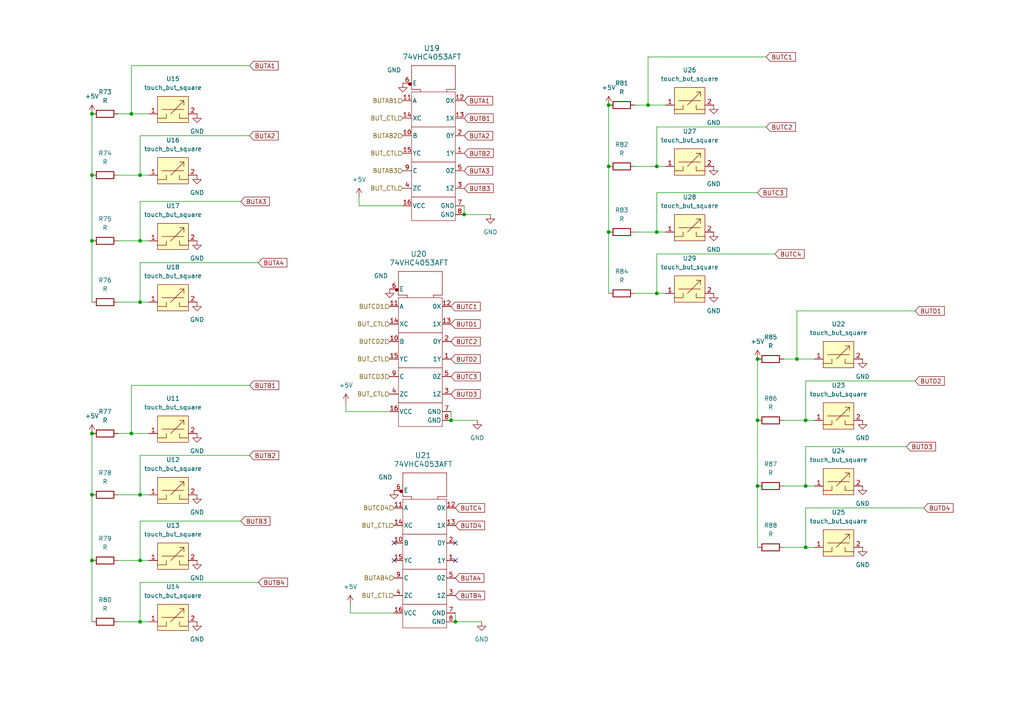
<source format=kicad_sch>
(kicad_sch (version 20230121) (generator eeschema)
  (paper "A4")
  (lib_symbols
    (symbol "3dAudioSym:74VHC4053AFT" (pin_names (offset 0.254))
      (property "Reference" "U" (at 0 0 0))
      (property "Value" "74VHC4053AFT" (at 27.94 7.62 0))
      (symbol "74VHC4053AFT_0_1"
        (polyline (pts (xy 2.54 -44.958) (xy 2.54 -7.62)) (stroke (width 0.127)))
        (polyline (pts (xy 2.54 -38.1) (xy 15.24 -38.1)))
        (polyline (pts (xy 2.54 -27.94) (xy 15.24 -27.94)))
        (polyline (pts (xy 2.54 -17.78) (xy 15.24 -17.78)))
        (polyline (pts (xy 2.54 -7.62) (xy 15.24 -7.62)) (stroke (width 0.127)))
        (polyline (pts (xy 2.54 -6.858) (xy 5.08 -6.858)))
        (polyline (pts (xy 2.54 0) (xy 2.54 -6.858)))
        (polyline (pts (xy 2.54 0) (xy 15.24 0)))
        (polyline (pts (xy 5.08 -6.858) (xy 5.08 -7.62)))
        (polyline (pts (xy 12.7 -6.858) (xy 12.7 -7.62)))
        (polyline (pts (xy 15.24 -44.958) (xy 2.54 -44.958)) (stroke (width 0.127)))
        (polyline (pts (xy 15.24 -7.62) (xy 15.24 -44.958)) (stroke (width 0.127)))
        (polyline (pts (xy 15.24 -6.858) (xy 12.7 -6.858)))
        (polyline (pts (xy 15.24 0) (xy 15.24 -6.858)))
        (circle (center 2.032 -5.334) (radius 0.254) (stroke (width 0.508)))
      )
      (symbol "74VHC4053AFT_1_1"
        (pin bidirectional line (at 17.78 -25.4 180) (length 2.54) (name "1Y") (number "1"))
        (pin bidirectional line (at 0 -20.32 0) (length 2.54) (name "B") (number "10"))
        (pin bidirectional line (at 0 -10.16 0) (length 2.54) (name "A") (number "11"))
        (pin bidirectional line (at 17.78 -10.16 180) (length 2.54) (name "0X") (number "12"))
        (pin bidirectional line (at 17.78 -15.24 180) (length 2.54) (name "1X") (number "13"))
        (pin input line (at 0 -15.24 0) (length 2.54) (name "XC") (number "14"))
        (pin input line (at 0 -25.4 0) (length 2.54) (name "YC") (number "15"))
        (pin power_in line (at 0 -40.64 0) (length 2.54) (name "VCC") (number "16"))
        (pin bidirectional line (at 17.78 -20.32 180) (length 2.54) (name "0Y") (number "2"))
        (pin bidirectional line (at 17.78 -35.56 180) (length 2.54) (name "1Z") (number "3"))
        (pin input line (at 0 -35.56 0) (length 2.54) (name "ZC") (number "4"))
        (pin bidirectional line (at 17.78 -30.48 180) (length 2.54) (name "0Z") (number "5"))
        (pin input line (at 0 -5.08 0) (length 2.54) (name "E") (number "6"))
        (pin power_in line (at 17.78 -40.64 180) (length 2.54) (name "GND") (number "7"))
        (pin power_in line (at 17.78 -43.18 180) (length 2.54) (name "GND") (number "8"))
        (pin bidirectional line (at 0 -30.48 0) (length 2.54) (name "C") (number "9"))
      )
    )
    (symbol "3dAudioSym:touch_but_square"
      (property "Reference" "U" (at 7.62 -3.81 0))
      (property "Value" "touch_but_square" (at -2.54 -5.08 0))
      (symbol "touch_but_square_0_1"
        (rectangle (start -3.81 6.35) (end 5.08 -1.27) (fill (type background)))
        (polyline (pts (xy -2.54 2.54) (xy 3.81 2.54)))
        (polyline (pts (xy -3.81 0) (xy -1.27 0) (xy -1.27 1.27)))
        (polyline (pts (xy 5.08 0) (xy 2.54 0) (xy 2.54 1.27)))
        (polyline (pts (xy 0 1.27) (xy 3.81 5.08) (xy 2.54 5.08) (xy 3.81 5.08) (xy 3.81 3.81)))
      )
      (symbol "touch_but_square_1_1"
        (pin input line (at -6.35 1.27 0) (length 2.54) (name "") (number "1"))
        (pin input line (at 7.62 1.27 180) (length 2.54) (name "") (number "2"))
      )
    )
    (symbol "74VHC4053AFT_1" (pin_names (offset 0.254))
      (property "Reference" "U" (at 0 0 0))
      (property "Value" "74VHC4053AFT" (at 27.94 7.62 0))
      (symbol "74VHC4053AFT_1_0_1"
        (polyline (pts (xy 2.54 -44.958) (xy 2.54 -7.62)) (stroke (width 0.127)))
        (polyline (pts (xy 2.54 -38.1) (xy 15.24 -38.1)))
        (polyline (pts (xy 2.54 -27.94) (xy 15.24 -27.94)))
        (polyline (pts (xy 2.54 -17.78) (xy 15.24 -17.78)))
        (polyline (pts (xy 2.54 -7.62) (xy 15.24 -7.62)) (stroke (width 0.127)))
        (polyline (pts (xy 2.54 -6.858) (xy 5.08 -6.858)))
        (polyline (pts (xy 2.54 0) (xy 2.54 -6.858)))
        (polyline (pts (xy 2.54 0) (xy 15.24 0)))
        (polyline (pts (xy 5.08 -6.858) (xy 5.08 -7.62)))
        (polyline (pts (xy 12.7 -6.858) (xy 12.7 -7.62)))
        (polyline (pts (xy 15.24 -44.958) (xy 2.54 -44.958)) (stroke (width 0.127)))
        (polyline (pts (xy 15.24 -7.62) (xy 15.24 -44.958)) (stroke (width 0.127)))
        (polyline (pts (xy 15.24 -6.858) (xy 12.7 -6.858)))
        (polyline (pts (xy 15.24 0) (xy 15.24 -6.858)))
        (circle (center 2.032 -5.334) (radius 0.254) (stroke (width 0.508)))
      )
      (symbol "74VHC4053AFT_1_1_1"
        (pin bidirectional line (at 17.78 -25.4 180) (length 2.54) (name "1Y") (number "1"))
        (pin bidirectional line (at 0 -20.32 0) (length 2.54) (name "B") (number "10"))
        (pin bidirectional line (at 0 -10.16 0) (length 2.54) (name "A") (number "11"))
        (pin bidirectional line (at 17.78 -10.16 180) (length 2.54) (name "0X") (number "12"))
        (pin bidirectional line (at 17.78 -15.24 180) (length 2.54) (name "1X") (number "13"))
        (pin input line (at 0 -15.24 0) (length 2.54) (name "XC") (number "14"))
        (pin input line (at 0 -25.4 0) (length 2.54) (name "YC") (number "15"))
        (pin power_in line (at 0 -40.64 0) (length 2.54) (name "VCC") (number "16"))
        (pin bidirectional line (at 17.78 -20.32 180) (length 2.54) (name "0Y") (number "2"))
        (pin bidirectional line (at 17.78 -35.56 180) (length 2.54) (name "1Z") (number "3"))
        (pin input line (at 0 -35.56 0) (length 2.54) (name "ZC") (number "4"))
        (pin bidirectional line (at 17.78 -30.48 180) (length 2.54) (name "0Z") (number "5"))
        (pin input line (at 0 -5.08 0) (length 2.54) (name "E") (number "6"))
        (pin power_in line (at 17.78 -40.64 180) (length 2.54) (name "GND") (number "7"))
        (pin power_in line (at 17.78 -43.18 180) (length 2.54) (name "GND") (number "8"))
        (pin bidirectional line (at 0 -30.48 0) (length 2.54) (name "C") (number "9"))
      )
    )
    (symbol "74VHC4053AFT_2" (pin_names (offset 0.254))
      (property "Reference" "U" (at 0 0 0))
      (property "Value" "74VHC4053AFT" (at 27.94 7.62 0))
      (symbol "74VHC4053AFT_2_0_1"
        (polyline (pts (xy 2.54 -44.958) (xy 2.54 -7.62)) (stroke (width 0.127)))
        (polyline (pts (xy 2.54 -38.1) (xy 15.24 -38.1)))
        (polyline (pts (xy 2.54 -27.94) (xy 15.24 -27.94)))
        (polyline (pts (xy 2.54 -17.78) (xy 15.24 -17.78)))
        (polyline (pts (xy 2.54 -7.62) (xy 15.24 -7.62)) (stroke (width 0.127)))
        (polyline (pts (xy 2.54 -6.858) (xy 5.08 -6.858)))
        (polyline (pts (xy 2.54 0) (xy 2.54 -6.858)))
        (polyline (pts (xy 2.54 0) (xy 15.24 0)))
        (polyline (pts (xy 5.08 -6.858) (xy 5.08 -7.62)))
        (polyline (pts (xy 12.7 -6.858) (xy 12.7 -7.62)))
        (polyline (pts (xy 15.24 -44.958) (xy 2.54 -44.958)) (stroke (width 0.127)))
        (polyline (pts (xy 15.24 -7.62) (xy 15.24 -44.958)) (stroke (width 0.127)))
        (polyline (pts (xy 15.24 -6.858) (xy 12.7 -6.858)))
        (polyline (pts (xy 15.24 0) (xy 15.24 -6.858)))
        (circle (center 2.032 -5.334) (radius 0.254) (stroke (width 0.508)))
      )
      (symbol "74VHC4053AFT_2_1_1"
        (pin bidirectional line (at 17.78 -25.4 180) (length 2.54) (name "1Y") (number "1"))
        (pin bidirectional line (at 0 -20.32 0) (length 2.54) (name "B") (number "10"))
        (pin bidirectional line (at 0 -10.16 0) (length 2.54) (name "A") (number "11"))
        (pin bidirectional line (at 17.78 -10.16 180) (length 2.54) (name "0X") (number "12"))
        (pin bidirectional line (at 17.78 -15.24 180) (length 2.54) (name "1X") (number "13"))
        (pin input line (at 0 -15.24 0) (length 2.54) (name "XC") (number "14"))
        (pin input line (at 0 -25.4 0) (length 2.54) (name "YC") (number "15"))
        (pin power_in line (at 0 -40.64 0) (length 2.54) (name "VCC") (number "16"))
        (pin bidirectional line (at 17.78 -20.32 180) (length 2.54) (name "0Y") (number "2"))
        (pin bidirectional line (at 17.78 -35.56 180) (length 2.54) (name "1Z") (number "3"))
        (pin input line (at 0 -35.56 0) (length 2.54) (name "ZC") (number "4"))
        (pin bidirectional line (at 17.78 -30.48 180) (length 2.54) (name "0Z") (number "5"))
        (pin input line (at 0 -5.08 0) (length 2.54) (name "E") (number "6"))
        (pin power_in line (at 17.78 -40.64 180) (length 2.54) (name "GND") (number "7"))
        (pin power_in line (at 17.78 -43.18 180) (length 2.54) (name "GND") (number "8"))
        (pin bidirectional line (at 0 -30.48 0) (length 2.54) (name "C") (number "9"))
      )
    )
    (symbol "Device:R" (pin_numbers hide) (pin_names (offset 0))
      (property "Reference" "R" (at 2.032 0 90))
      (property "Value" "R" (at 0 0 90))
      (symbol "R_0_1"
        (rectangle (start -1.016 -2.54) (end 1.016 2.54) (stroke (width 0.254)))
      )
      (symbol "R_1_1"
        (pin passive line (at 0 3.81 270) (length 1.27) (name "~") (number "1"))
        (pin passive line (at 0 -3.81 90) (length 1.27) (name "~") (number "2"))
      )
    )
    (symbol "power:+5V" (power) (pin_names (offset 0))
      (property "Value" "+5V" (at 0 3.556 0))
      (symbol "+5V_0_1"
        (polyline (pts (xy -0.762 1.27) (xy 0 2.54)))
        (polyline (pts (xy 0 0) (xy 0 2.54)))
        (polyline (pts (xy 0 2.54) (xy 0.762 1.27)))
      )
      (symbol "+5V_1_1"
        (pin power_in line (at 0 0 90) (length 0) hide (name "+5V") (number "1"))
      )
    )
    (symbol "power:GND" (power) (pin_names (offset 0))
      (property "Value" "GND" (at 0 -3.81 0))
      (symbol "GND_0_1"
        (polyline (pts (xy 0 0) (xy 0 -1.27) (xy 1.27 -1.27) (xy 0 -2.54) (xy -1.27 -1.27) (xy 0 -1.27)))
      )
      (symbol "GND_1_1"
        (pin power_in line (at 0 0 270) (length 0) hide (name "GND") (number "1"))
      )
    )
  )
  (junction (at 134.62 62.23))
  (junction (at 231.14 104.14))
  (junction (at 38.1 125.73))
  (junction (at 190.5 48.26))
  (junction (at 40.64 87.63))
  (junction (at 26.67 162.56))
  (junction (at 187.96 30.48))
  (junction (at 38.1 33.02))
  (junction (at 190.5 85.09))
  (junction (at 176.53 48.26))
  (junction (at 219.71 121.92))
  (junction (at 26.67 69.85))
  (junction (at 176.53 30.48))
  (junction (at 26.67 50.8))
  (junction (at 132.08 180.34))
  (junction (at 26.67 143.51))
  (junction (at 219.71 140.97))
  (junction (at 190.5 67.31))
  (junction (at 40.64 180.34))
  (junction (at 233.68 121.92))
  (junction (at 130.81 121.92))
  (junction (at 233.68 158.75))
  (junction (at 219.71 104.14))
  (junction (at 40.64 162.56))
  (junction (at 40.64 143.51))
  (junction (at 40.64 50.8))
  (junction (at 26.67 33.02))
  (junction (at 176.53 67.31))
  (junction (at 40.64 69.85))
  (junction (at 26.67 125.73))
  (junction (at 233.68 140.97))
  (no_connect (at 132.08 157.48))
  (no_connect (at 114.3 157.48))
  (no_connect (at 132.08 162.56))
  (no_connect (at 114.3 162.56))
  (wire (pts (xy 222.25 36.83) (xy 190.5 36.83)))
  (wire (pts (xy 130.81 119.38) (xy 130.81 121.92)))
  (wire (pts (xy 219.71 121.92) (xy 219.71 140.97)))
  (wire (pts (xy 233.68 110.49) (xy 233.68 121.92)))
  (wire (pts (xy 101.6 177.8) (xy 114.3 177.8)))
  (wire (pts (xy 190.5 85.09) (xy 193.04 85.09)))
  (wire (pts (xy 40.64 58.42) (xy 40.64 69.85)))
  (wire (pts (xy 34.29 87.63) (xy 40.64 87.63)))
  (wire (pts (xy 219.71 140.97) (xy 219.71 158.75)))
  (wire (pts (xy 233.68 147.32) (xy 267.97 147.32)))
  (wire (pts (xy 26.67 162.56) (xy 26.67 180.34)))
  (wire (pts (xy 233.68 158.75) (xy 236.22 158.75)))
  (wire (pts (xy 227.33 104.14) (xy 231.14 104.14)))
  (wire (pts (xy 233.68 129.54) (xy 233.68 140.97)))
  (wire (pts (xy 34.29 180.34) (xy 40.64 180.34)))
  (wire (pts (xy 26.67 33.02) (xy 26.67 50.8)))
  (wire (pts (xy 190.5 36.83) (xy 190.5 48.26)))
  (wire (pts (xy 34.29 33.02) (xy 38.1 33.02)))
  (wire (pts (xy 72.39 132.08) (xy 40.64 132.08)))
  (wire (pts (xy 231.14 104.14) (xy 231.14 90.17)))
  (wire (pts (xy 104.14 57.15) (xy 104.14 59.69)))
  (wire (pts (xy 34.29 125.73) (xy 38.1 125.73)))
  (wire (pts (xy 130.81 121.92) (xy 138.43 121.92)))
  (wire (pts (xy 265.43 110.49) (xy 233.68 110.49)))
  (wire (pts (xy 184.15 67.31) (xy 190.5 67.31)))
  (wire (pts (xy 219.71 104.14) (xy 219.71 121.92)))
  (wire (pts (xy 34.29 50.8) (xy 40.64 50.8)))
  (wire (pts (xy 233.68 121.92) (xy 236.22 121.92)))
  (wire (pts (xy 38.1 19.05) (xy 72.39 19.05)))
  (wire (pts (xy 190.5 73.66) (xy 224.79 73.66)))
  (wire (pts (xy 132.08 177.8) (xy 132.08 180.34)))
  (wire (pts (xy 101.6 175.26) (xy 101.6 177.8)))
  (wire (pts (xy 34.29 162.56) (xy 40.64 162.56)))
  (wire (pts (xy 40.64 143.51) (xy 43.18 143.51)))
  (wire (pts (xy 38.1 33.02) (xy 38.1 19.05)))
  (wire (pts (xy 72.39 39.37) (xy 40.64 39.37)))
  (wire (pts (xy 26.67 50.8) (xy 26.67 69.85)))
  (wire (pts (xy 190.5 73.66) (xy 190.5 85.09)))
  (wire (pts (xy 100.33 119.38) (xy 113.03 119.38)))
  (wire (pts (xy 40.64 58.42) (xy 69.85 58.42)))
  (wire (pts (xy 40.64 87.63) (xy 43.18 87.63)))
  (wire (pts (xy 38.1 125.73) (xy 43.18 125.73)))
  (wire (pts (xy 40.64 132.08) (xy 40.64 143.51)))
  (wire (pts (xy 38.1 33.02) (xy 43.18 33.02)))
  (wire (pts (xy 231.14 104.14) (xy 236.22 104.14)))
  (wire (pts (xy 40.64 168.91) (xy 74.93 168.91)))
  (wire (pts (xy 40.64 168.91) (xy 40.64 180.34)))
  (wire (pts (xy 187.96 30.48) (xy 187.96 16.51)))
  (wire (pts (xy 40.64 76.2) (xy 40.64 87.63)))
  (wire (pts (xy 187.96 30.48) (xy 193.04 30.48)))
  (wire (pts (xy 100.33 116.84) (xy 100.33 119.38)))
  (wire (pts (xy 227.33 121.92) (xy 233.68 121.92)))
  (wire (pts (xy 40.64 69.85) (xy 43.18 69.85)))
  (wire (pts (xy 190.5 55.88) (xy 190.5 67.31)))
  (wire (pts (xy 40.64 180.34) (xy 43.18 180.34)))
  (wire (pts (xy 176.53 48.26) (xy 176.53 67.31)))
  (wire (pts (xy 184.15 85.09) (xy 190.5 85.09)))
  (wire (pts (xy 38.1 111.76) (xy 72.39 111.76)))
  (wire (pts (xy 38.1 125.73) (xy 38.1 111.76)))
  (wire (pts (xy 190.5 67.31) (xy 193.04 67.31)))
  (wire (pts (xy 227.33 140.97) (xy 233.68 140.97)))
  (wire (pts (xy 190.5 48.26) (xy 193.04 48.26)))
  (wire (pts (xy 233.68 147.32) (xy 233.68 158.75)))
  (wire (pts (xy 34.29 143.51) (xy 40.64 143.51)))
  (wire (pts (xy 40.64 76.2) (xy 74.93 76.2)))
  (wire (pts (xy 184.15 30.48) (xy 187.96 30.48)))
  (wire (pts (xy 187.96 16.51) (xy 222.25 16.51)))
  (wire (pts (xy 233.68 140.97) (xy 236.22 140.97)))
  (wire (pts (xy 176.53 30.48) (xy 176.53 48.26)))
  (wire (pts (xy 26.67 69.85) (xy 26.67 87.63)))
  (wire (pts (xy 184.15 48.26) (xy 190.5 48.26)))
  (wire (pts (xy 233.68 129.54) (xy 262.89 129.54)))
  (wire (pts (xy 231.14 90.17) (xy 265.43 90.17)))
  (wire (pts (xy 134.62 59.69) (xy 134.62 62.23)))
  (wire (pts (xy 132.08 180.34) (xy 139.7 180.34)))
  (wire (pts (xy 26.67 143.51) (xy 26.67 162.56)))
  (wire (pts (xy 34.29 69.85) (xy 40.64 69.85)))
  (wire (pts (xy 40.64 151.13) (xy 69.85 151.13)))
  (wire (pts (xy 227.33 158.75) (xy 233.68 158.75)))
  (wire (pts (xy 190.5 55.88) (xy 219.71 55.88)))
  (wire (pts (xy 40.64 151.13) (xy 40.64 162.56)))
  (wire (pts (xy 40.64 39.37) (xy 40.64 50.8)))
  (wire (pts (xy 176.53 67.31) (xy 176.53 85.09)))
  (wire (pts (xy 104.14 59.69) (xy 116.84 59.69)))
  (wire (pts (xy 134.62 62.23) (xy 142.24 62.23)))
  (wire (pts (xy 26.67 125.73) (xy 26.67 143.51)))
  (wire (pts (xy 40.64 162.56) (xy 43.18 162.56)))
  (wire (pts (xy 40.64 50.8) (xy 43.18 50.8)))
  (global_label "BUTA2" (shape input) (at 72.39 39.37 0) (property "Intersheetrefs" "${INTERSHEET_REFS}" (effects hide)))
  (global_label "BUTB3" (shape input) (at 134.62 54.61 0) (property "Intersheetrefs" "${INTERSHEET_REFS}" (effects hide)))
  (global_label "BUTA4" (shape input) (at 74.93 76.2 0) (property "Intersheetrefs" "${INTERSHEET_REFS}" (effects hide)))
  (global_label "BUTC1" (shape input) (at 222.25 16.51 0) (property "Intersheetrefs" "${INTERSHEET_REFS}" (effects hide)))
  (global_label "BUTC3" (shape input) (at 130.81 109.22 0) (property "Intersheetrefs" "${INTERSHEET_REFS}" (effects hide)))
  (global_label "BUTA3" (shape input) (at 69.85 58.42 0) (property "Intersheetrefs" "${INTERSHEET_REFS}" (effects hide)))
  (global_label "BUTA1" (shape input) (at 72.39 19.05 0) (property "Intersheetrefs" "${INTERSHEET_REFS}" (effects hide)))
  (global_label "BUTD3" (shape input) (at 130.81 114.3 0) (property "Intersheetrefs" "${INTERSHEET_REFS}" (effects hide)))
  (global_label "BUTB4" (shape input) (at 74.93 168.91 0) (property "Intersheetrefs" "${INTERSHEET_REFS}" (effects hide)))
  (global_label "BUTC4" (shape input) (at 132.08 147.32 0) (property "Intersheetrefs" "${INTERSHEET_REFS}" (effects hide)))
  (global_label "BUTD3" (shape input) (at 262.89 129.54 0) (property "Intersheetrefs" "${INTERSHEET_REFS}" (effects hide)))
  (global_label "BUTA3" (shape input) (at 134.62 49.53 0) (property "Intersheetrefs" "${INTERSHEET_REFS}" (effects hide)))
  (global_label "BUTC2" (shape input) (at 130.81 99.06 0) (property "Intersheetrefs" "${INTERSHEET_REFS}" (effects hide)))
  (global_label "BUTC4" (shape input) (at 224.79 73.66 0) (property "Intersheetrefs" "${INTERSHEET_REFS}" (effects hide)))
  (global_label "BUTB4" (shape input) (at 132.08 172.72 0) (property "Intersheetrefs" "${INTERSHEET_REFS}" (effects hide)))
  (global_label "BUTB2" (shape input) (at 134.62 44.45 0) (property "Intersheetrefs" "${INTERSHEET_REFS}" (effects hide)))
  (global_label "BUTD1" (shape input) (at 265.43 90.17 0) (property "Intersheetrefs" "${INTERSHEET_REFS}" (effects hide)))
  (global_label "BUTD1" (shape input) (at 130.81 93.98 0) (property "Intersheetrefs" "${INTERSHEET_REFS}" (effects hide)))
  (global_label "BUTD4" (shape input) (at 267.97 147.32 0) (property "Intersheetrefs" "${INTERSHEET_REFS}" (effects hide)))
  (global_label "BUTC2" (shape input) (at 222.25 36.83 0) (property "Intersheetrefs" "${INTERSHEET_REFS}" (effects hide)))
  (global_label "BUTD4" (shape input) (at 132.08 152.4 0) (property "Intersheetrefs" "${INTERSHEET_REFS}" (effects hide)))
  (global_label "BUTB1" (shape input) (at 134.62 34.29 0) (property "Intersheetrefs" "${INTERSHEET_REFS}" (effects hide)))
  (global_label "BUTD2" (shape input) (at 130.81 104.14 0) (property "Intersheetrefs" "${INTERSHEET_REFS}" (effects hide)))
  (global_label "BUTC1" (shape input) (at 130.81 88.9 0) (property "Intersheetrefs" "${INTERSHEET_REFS}" (effects hide)))
  (global_label "BUTD2" (shape input) (at 265.43 110.49 0) (property "Intersheetrefs" "${INTERSHEET_REFS}" (effects hide)))
  (global_label "BUTA1" (shape input) (at 134.62 29.21 0) (property "Intersheetrefs" "${INTERSHEET_REFS}" (effects hide)))
  (global_label "BUTB3" (shape input) (at 69.85 151.13 0) (property "Intersheetrefs" "${INTERSHEET_REFS}" (effects hide)))
  (global_label "BUTB1" (shape input) (at 72.39 111.76 0) (property "Intersheetrefs" "${INTERSHEET_REFS}" (effects hide)))
  (global_label "BUTA2" (shape input) (at 134.62 39.37 0) (property "Intersheetrefs" "${INTERSHEET_REFS}" (effects hide)))
  (global_label "BUTC3" (shape input) (at 219.71 55.88 0) (property "Intersheetrefs" "${INTERSHEET_REFS}" (effects hide)))
  (global_label "BUTB2" (shape input) (at 72.39 132.08 0) (property "Intersheetrefs" "${INTERSHEET_REFS}" (effects hide)))
  (global_label "BUTA4" (shape input) (at 132.08 167.64 0) (property "Intersheetrefs" "${INTERSHEET_REFS}" (effects hide)))
  (hierarchical_label "BUT_CTL" (shape input) (at 116.84 44.45 180))
  (hierarchical_label "BUTAB2" (shape input) (at 116.84 39.37 180))
  (hierarchical_label "BUTAB3" (shape input) (at 116.84 49.53 180))
  (hierarchical_label "BUT_CTL" (shape input) (at 114.3 152.4 180))
  (hierarchical_label "BUT_CTL" (shape input) (at 113.03 104.14 180))
  (hierarchical_label "BUT_CTL" (shape input) (at 114.3 172.72 180))
  (hierarchical_label "BUTCD4" (shape input) (at 114.3 147.32 180))
  (hierarchical_label "BUTAB4" (shape input) (at 114.3 167.64 180))
  (hierarchical_label "BUTCD3" (shape input) (at 113.03 109.22 180))
  (hierarchical_label "BUT_CTL" (shape input) (at 113.03 114.3 180))
  (hierarchical_label "BUTAB1" (shape input) (at 116.84 29.21 180))
  (hierarchical_label "BUT_CTL" (shape input) (at 116.84 34.29 180))
  (hierarchical_label "BUT_CTL" (shape input) (at 116.84 54.61 180))
  (hierarchical_label "BUTCD1" (shape input) (at 113.03 88.9 180))
  (hierarchical_label "BUT_CTL" (shape input) (at 113.03 93.98 180))
  (hierarchical_label "BUTCD2" (shape input) (at 113.03 99.06 180))
  (symbol (lib_id "power:GND") (at 207.01 85.09 0) (unit 1)
    (property "Reference" "#PWR045" (effects hide))
    (property "Value" "GND" (at 207.01 90.17 0))
  )
  (symbol (lib_id "power:GND") (at 57.15 125.73 0) (unit 1)
    (property "Reference" "#PWR031" (effects hide))
    (property "Value" "GND" (at 57.15 130.81 0))
  )
  (symbol (lib_id "3dAudioSym:touch_but_square") (at 199.39 86.36 0) (unit 1)
    (property "Reference" "U29" (at 200.025 74.93 0))
    (property "Value" "touch_but_square" (at 200.025 77.47 0))
    (property "Footprint" "3dAudioFoot:But_Velo_Rec_1" (effects hide))
  )
  (symbol (lib_id "Device:R") (at 30.48 162.56 90) (unit 1)
    (property "Reference" "R79" (at 30.48 156.21 90))
    (property "Value" "R" (at 30.48 158.75 90))
    (property "Footprint" "Resistor_SMD:R_1206_3216Metric_Pad1.30x1.75mm_HandSolder" (effects hide))
  )
  (symbol (lib_id "power:GND") (at 57.15 69.85 0) (unit 1)
    (property "Reference" "#PWR036" (effects hide))
    (property "Value" "GND" (at 57.15 74.93 0))
  )
  (symbol (lib_id "power:GND") (at 207.01 48.26 0) (unit 1)
    (property "Reference" "#PWR043" (effects hide))
    (property "Value" "GND" (at 207.01 53.34 0))
  )
  (symbol (lib_id "power:GND") (at 57.15 87.63 0) (unit 1)
    (property "Reference" "#PWR041" (effects hide))
    (property "Value" "GND" (at 57.15 92.71 0))
  )
  (symbol (lib_id "Device:R") (at 30.48 143.51 90) (unit 1)
    (property "Reference" "R78" (at 30.48 137.16 90))
    (property "Value" "R" (at 30.48 139.7 90))
    (property "Footprint" "Resistor_SMD:R_1206_3216Metric_Pad1.30x1.75mm_HandSolder" (effects hide))
  )
  (symbol (lib_id "3dAudioSym:touch_but_square") (at 49.53 181.61 0) (unit 1)
    (property "Reference" "U14" (at 50.165 170.18 0))
    (property "Value" "touch_but_square" (at 50.165 172.72 0))
    (property "Footprint" "3dAudioFoot:But_Velo_Rec_1" (effects hide))
  )
  (symbol (lib_id "Device:R") (at 180.34 30.48 90) (unit 1)
    (property "Reference" "R81" (at 180.34 24.13 90))
    (property "Value" "R" (at 180.34 26.67 90))
    (property "Footprint" "Resistor_SMD:R_1206_3216Metric_Pad1.30x1.75mm_HandSolder" (effects hide))
  )
  (symbol (lib_id "power:GND") (at 57.15 143.51 0) (unit 1)
    (property "Reference" "#PWR032" (effects hide))
    (property "Value" "GND" (at 57.15 148.59 0))
  )
  (symbol (lib_id "Device:R") (at 30.48 33.02 90) (unit 1)
    (property "Reference" "R73" (at 30.48 26.67 90))
    (property "Value" "R" (at 30.48 29.21 90))
    (property "Footprint" "Resistor_SMD:R_1206_3216Metric_Pad1.30x1.75mm_HandSolder" (effects hide))
  )
  (symbol (lib_id "power:GND") (at 57.15 50.8 0) (unit 1)
    (property "Reference" "#PWR035" (effects hide))
    (property "Value" "GND" (at 57.15 55.88 0))
  )
  (symbol (lib_id "3dAudioSym:touch_but_square") (at 242.57 142.24 0) (unit 1)
    (property "Reference" "U24" (at 243.205 130.81 0))
    (property "Value" "touch_but_square" (at 243.205 133.35 0))
    (property "Footprint" "3dAudioFoot:But_Velo_Rec_1" (effects hide))
  )
  (symbol (lib_id "3dAudioSym:touch_but_square") (at 49.53 34.29 0) (unit 1)
    (property "Reference" "U15" (at 50.165 22.86 0))
    (property "Value" "touch_but_square" (at 50.165 25.4 0))
    (property "Footprint" "3dAudioFoot:But_Velo_Rec_1" (effects hide))
  )
  (symbol (lib_id "power:GND") (at 138.43 121.92 0) (unit 1)
    (property "Reference" "#PWR052" (effects hide))
    (property "Value" "GND" (at 138.43 127 0))
  )
  (symbol (lib_id "3dAudioSym:touch_but_square") (at 49.53 144.78 0) (unit 1)
    (property "Reference" "U12" (at 50.165 133.35 0))
    (property "Value" "touch_but_square" (at 50.165 135.89 0))
    (property "Footprint" "3dAudioFoot:But_Velo_Rec_1" (effects hide))
  )
  (symbol (lib_id "Device:R") (at 223.52 121.92 90) (unit 1)
    (property "Reference" "R86" (at 223.52 115.57 90))
    (property "Value" "R" (at 223.52 118.11 90))
    (property "Footprint" "Resistor_SMD:R_1206_3216Metric_Pad1.30x1.75mm_HandSolder" (effects hide))
  )
  (symbol (lib_id "Device:R") (at 30.48 87.63 90) (unit 1)
    (property "Reference" "R76" (at 30.48 81.28 90))
    (property "Value" "R" (at 30.48 83.82 90))
    (property "Footprint" "Resistor_SMD:R_1206_3216Metric_Pad1.30x1.75mm_HandSolder" (effects hide))
  )
  (symbol (lib_id "power:+5V") (at 100.33 116.84 0) (unit 1)
    (property "Reference" "#PWR054" (effects hide))
    (property "Value" "+5V" (at 100.33 111.76 0))
  )
  (symbol (lib_id "3dAudioSym:touch_but_square") (at 242.57 105.41 0) (unit 1)
    (property "Reference" "U22" (at 243.205 93.98 0))
    (property "Value" "touch_but_square" (at 243.205 96.52 0))
    (property "Footprint" "3dAudioFoot:But_Velo_Rec_1" (effects hide))
  )
  (symbol (lib_id "Device:R") (at 30.48 69.85 90) (unit 1)
    (property "Reference" "R75" (at 30.48 63.5 90))
    (property "Value" "R" (at 30.48 66.04 90))
    (property "Footprint" "Resistor_SMD:R_1206_3216Metric_Pad1.30x1.75mm_HandSolder" (effects hide))
  )
  (symbol (lib_id "Device:R") (at 223.52 140.97 90) (unit 1)
    (property "Reference" "R87" (at 223.52 134.62 90))
    (property "Value" "R" (at 223.52 137.16 90))
    (property "Footprint" "Resistor_SMD:R_1206_3216Metric_Pad1.30x1.75mm_HandSolder" (effects hide))
  )
  (symbol (lib_id "power:GND") (at 57.15 180.34 0) (unit 1)
    (property "Reference" "#PWR038" (effects hide))
    (property "Value" "GND" (at 57.15 185.42 0))
  )
  (symbol (lib_id "power:GND") (at 207.01 67.31 0) (unit 1)
    (property "Reference" "#PWR044" (effects hide))
    (property "Value" "GND" (at 207.01 72.39 0))
  )
  (symbol (lib_id "3dAudioSym:touch_but_square") (at 242.57 123.19 0) (unit 1)
    (property "Reference" "U23" (at 243.205 111.76 0))
    (property "Value" "touch_but_square" (at 243.205 114.3 0))
    (property "Footprint" "3dAudioFoot:But_Velo_Rec_1" (effects hide))
  )
  (symbol (lib_id "3dAudioSym:touch_but_square") (at 49.53 52.07 0) (unit 1)
    (property "Reference" "U16" (at 50.165 40.64 0))
    (property "Value" "touch_but_square" (at 50.165 43.18 0))
    (property "Footprint" "3dAudioFoot:But_Velo_Rec_1" (effects hide))
  )
  (symbol (lib_id "3dAudioSym:touch_but_square") (at 199.39 49.53 0) (unit 1)
    (property "Reference" "U27" (at 200.025 38.1 0))
    (property "Value" "touch_but_square" (at 200.025 40.64 0))
    (property "Footprint" "3dAudioFoot:But_Velo_Rec_1" (effects hide))
  )
  (symbol (lib_id "Device:R") (at 223.52 104.14 90) (unit 1)
    (property "Reference" "R85" (at 223.52 97.79 90))
    (property "Value" "R" (at 223.52 100.33 90))
    (property "Footprint" "Resistor_SMD:R_1206_3216Metric_Pad1.30x1.75mm_HandSolder" (effects hide))
  )
  (symbol (lib_id "Device:R") (at 30.48 125.73 90) (unit 1)
    (property "Reference" "R77" (at 30.48 119.38 90))
    (property "Value" "R" (at 30.48 121.92 90))
    (property "Footprint" "Resistor_SMD:R_1206_3216Metric_Pad1.30x1.75mm_HandSolder" (effects hide))
  )
  (symbol (lib_id "3dAudioSym:touch_but_square") (at 242.57 160.02 0) (unit 1)
    (property "Reference" "U25" (at 243.205 148.59 0))
    (property "Value" "touch_but_square" (at 243.205 151.13 0))
    (property "Footprint" "3dAudioFoot:But_Velo_Rec_1" (effects hide))
  )
  (symbol (lib_id "3dAudioSym:touch_but_square") (at 49.53 88.9 0) (unit 1)
    (property "Reference" "U18" (at 50.165 77.47 0))
    (property "Value" "touch_but_square" (at 50.165 80.01 0))
    (property "Footprint" "3dAudioFoot:But_Velo_Rec_1" (effects hide))
  )
  (symbol (lib_id "3dAudioSym:touch_but_square") (at 199.39 31.75 0) (unit 1)
    (property "Reference" "U26" (at 200.025 20.32 0))
    (property "Value" "touch_but_square" (at 200.025 22.86 0))
    (property "Footprint" "3dAudioFoot:But_Velo_Rec_1" (effects hide))
  )
  (symbol (lib_id "power:GND") (at 142.24 62.23 0) (unit 1)
    (property "Reference" "#PWR050" (effects hide))
    (property "Value" "GND" (at 142.24 67.31 0))
  )
  (symbol (lib_id "3dAudioSym:touch_but_square") (at 49.53 71.12 0) (unit 1)
    (property "Reference" "U17" (at 50.165 59.69 0))
    (property "Value" "touch_but_square" (at 50.165 62.23 0))
    (property "Footprint" "3dAudioFoot:But_Velo_Rec_1" (effects hide))
  )
  (symbol (lib_id "power:GND") (at 116.84 24.13 0) (unit 1)
    (property "Reference" "#PWR042" (effects hide))
    (property "Value" "GND" (at 114.3 20.32 0))
  )
  (symbol (lib_id "power:+5V") (at 176.53 30.48 0) (unit 1)
    (property "Reference" "#PWR037" (effects hide))
    (property "Value" "+5V" (at 176.53 25.4 0))
  )
  (symbol (lib_id "power:GND") (at 207.01 30.48 0) (unit 1)
    (property "Reference" "#PWR040" (effects hide))
    (property "Value" "GND" (at 207.01 35.56 0))
  )
  (symbol (lib_id "power:+5V") (at 104.14 57.15 0) (unit 1)
    (property "Reference" "#PWR051" (effects hide))
    (property "Value" "+5V" (at 104.14 52.07 0))
  )
  (symbol (lib_name "74VHC4053AFT_2") (lib_id "3dAudioSym:74VHC4053AFT") (at 113.03 78.74 0) (unit 1)
    (property "Reference" "U20" (at 121.4437 73.66 0) (effects (font (size 1.524 1.524))))
    (property "Value" "74VHC4053AFT" (at 121.4437 76.2 0) (effects (font (size 1.524 1.524))))
    (property "Footprint" "3dAudioFoot:74vhc4053aft" (effects hide))
    (property "Datasheet" "74VHC4053AFT" (effects hide))
  )
  (symbol (lib_id "Device:R") (at 223.52 158.75 90) (unit 1)
    (property "Reference" "R88" (at 223.52 152.4 90))
    (property "Value" "R" (at 223.52 154.94 90))
    (property "Footprint" "Resistor_SMD:R_1206_3216Metric_Pad1.30x1.75mm_HandSolder" (effects hide))
  )
  (symbol (lib_id "3dAudioSym:74VHC4053AFT") (at 114.3 137.16 0) (unit 1)
    (property "Reference" "U21" (at 122.7137 132.08 0) (effects (font (size 1.524 1.524))))
    (property "Value" "74VHC4053AFT" (at 122.7137 134.62 0) (effects (font (size 1.524 1.524))))
    (property "Footprint" "3dAudioFoot:74vhc4053aft" (effects hide))
    (property "Datasheet" "74VHC4053AFT" (effects hide))
  )
  (symbol (lib_id "3dAudioSym:touch_but_square") (at 199.39 68.58 0) (unit 1)
    (property "Reference" "U28" (at 200.025 57.15 0))
    (property "Value" "touch_but_square" (at 200.025 59.69 0))
    (property "Footprint" "3dAudioFoot:But_Velo_Rec_1" (effects hide))
  )
  (symbol (lib_id "power:GND") (at 57.15 162.56 0) (unit 1)
    (property "Reference" "#PWR033" (effects hide))
    (property "Value" "GND" (at 57.15 167.64 0))
  )
  (symbol (lib_id "Device:R") (at 180.34 85.09 90) (unit 1)
    (property "Reference" "R84" (at 180.34 78.74 90))
    (property "Value" "R" (at 180.34 81.28 90))
    (property "Footprint" "Resistor_SMD:R_1206_3216Metric_Pad1.30x1.75mm_HandSolder" (effects hide))
  )
  (symbol (lib_id "power:GND") (at 113.03 83.82 0) (unit 1)
    (property "Reference" "#PWR056" (effects hide))
    (property "Value" "GND" (at 110.49 80.01 0))
  )
  (symbol (lib_id "power:+5V") (at 26.67 125.73 0) (unit 1)
    (property "Reference" "#PWR030" (effects hide))
    (property "Value" "+5V" (at 26.67 120.65 0))
  )
  (symbol (lib_id "power:+5V") (at 26.67 33.02 0) (unit 1)
    (property "Reference" "#PWR029" (effects hide))
    (property "Value" "+5V" (at 26.67 27.94 0))
  )
  (symbol (lib_id "3dAudioSym:touch_but_square") (at 49.53 163.83 0) (unit 1)
    (property "Reference" "U13" (at 50.165 152.4 0))
    (property "Value" "touch_but_square" (at 50.165 154.94 0))
    (property "Footprint" "3dAudioFoot:But_Velo_Rec_1" (effects hide))
  )
  (symbol (lib_id "Device:R") (at 180.34 48.26 90) (unit 1)
    (property "Reference" "R82" (at 180.34 41.91 90))
    (property "Value" "R" (at 180.34 44.45 90))
    (property "Footprint" "Resistor_SMD:R_1206_3216Metric_Pad1.30x1.75mm_HandSolder" (effects hide))
  )
  (symbol (lib_id "power:GND") (at 250.19 104.14 0) (unit 1)
    (property "Reference" "#PWR046" (effects hide))
    (property "Value" "GND" (at 250.19 109.22 0))
  )
  (symbol (lib_id "Device:R") (at 30.48 50.8 90) (unit 1)
    (property "Reference" "R74" (at 30.48 44.45 90))
    (property "Value" "R" (at 30.48 46.99 90))
    (property "Footprint" "Resistor_SMD:R_1206_3216Metric_Pad1.30x1.75mm_HandSolder" (effects hide))
  )
  (symbol (lib_id "Device:R") (at 180.34 67.31 90) (unit 1)
    (property "Reference" "R83" (at 180.34 60.96 90))
    (property "Value" "R" (at 180.34 63.5 90))
    (property "Footprint" "Resistor_SMD:R_1206_3216Metric_Pad1.30x1.75mm_HandSolder" (effects hide))
  )
  (symbol (lib_id "power:GND") (at 250.19 158.75 0) (unit 1)
    (property "Reference" "#PWR049" (effects hide))
    (property "Value" "GND" (at 250.19 163.83 0))
  )
  (symbol (lib_id "3dAudioSym:touch_but_square") (at 49.53 127 0) (unit 1)
    (property "Reference" "U11" (at 50.165 115.57 0))
    (property "Value" "touch_but_square" (at 50.165 118.11 0))
    (property "Footprint" "3dAudioFoot:But_Velo_Rec_1" (effects hide))
  )
  (symbol (lib_id "power:GND") (at 139.7 180.34 0) (unit 1)
    (property "Reference" "#PWR053" (effects hide))
    (property "Value" "GND" (at 139.7 185.42 0))
  )
  (symbol (lib_id "power:GND") (at 250.19 140.97 0) (unit 1)
    (property "Reference" "#PWR048" (effects hide))
    (property "Value" "GND" (at 250.19 146.05 0))
  )
  (symbol (lib_id "power:GND") (at 114.3 142.24 0) (unit 1)
    (property "Reference" "#PWR091" (effects hide))
    (property "Value" "GND" (at 111.76 138.43 0))
  )
  (symbol (lib_id "power:+5V") (at 219.71 104.14 0) (unit 1)
    (property "Reference" "#PWR039" (effects hide))
    (property "Value" "+5V" (at 219.71 99.06 0))
  )
  (symbol (lib_name "74VHC4053AFT_1") (lib_id "3dAudioSym:74VHC4053AFT") (at 116.84 19.05 0) (unit 1)
    (property "Reference" "U19" (at 125.2537 13.97 0) (effects (font (size 1.524 1.524))))
    (property "Value" "74VHC4053AFT" (at 125.2537 16.51 0) (effects (font (size 1.524 1.524))))
    (property "Footprint" "3dAudioFoot:74vhc4053aft" (effects hide))
    (property "Datasheet" "74VHC4053AFT" (effects hide))
  )
  (symbol (lib_id "Device:R") (at 30.48 180.34 90) (unit 1)
    (property "Reference" "R80" (at 30.48 173.99 90))
    (property "Value" "R" (at 30.48 176.53 90))
    (property "Footprint" "Resistor_SMD:R_1206_3216Metric_Pad1.30x1.75mm_HandSolder" (effects hide))
  )
  (symbol (lib_id "power:+5V") (at 101.6 175.26 0) (unit 1)
    (property "Reference" "#PWR055" (effects hide))
    (property "Value" "+5V" (at 101.6 170.18 0))
  )
  (symbol (lib_id "power:GND") (at 57.15 33.02 0) (unit 1)
    (property "Reference" "#PWR034" (effects hide))
    (property "Value" "GND" (at 57.15 38.1 0))
  )
  (symbol (lib_id "power:GND") (at 250.19 121.92 0) (unit 1)
    (property "Reference" "#PWR047" (effects hide))
    (property "Value" "GND" (at 250.19 127 0))
  )
)
</source>
